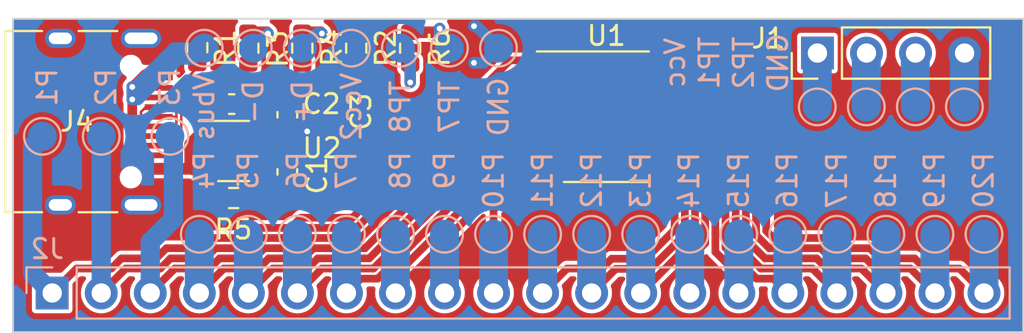
<source format=kicad_pcb>
(kicad_pcb (version 20221018) (generator pcbnew)
  (layers (0 "F.Cu" signal) (31 "B.Cu" signal) (34 "B.Paste" user) (35 "F.Paste" user) (36 "B.SilkS" user "B.Silks") (37 "F.SilkS" user "F.Silks") (38 "B.Mask" user) (39 "F.Mask" user) (44 "Edge.Cuts" user))
  (net 0 "")
  (net 1 "GND")
  (net 2 "Net-(U2-BP)")
  (net 3 "Net-(U2-EN)")
  (net 4 "Net-(J4-CC1)")
  (net 5 "Net-(J4-D+-PadA6)")
  (net 6 "Net-(J4-D--PadA7)")
  (net 8 "Net-(J4-CC2)")
  (net 10 "Net-(J2-Pin_5)")
  (net 11 "Net-(J2-Pin_6)")
  (net 12 "Net-(J2-Pin_1)")
  (net 13 "Net-(J2-Pin_2)")
  (net 14 "Net-(J2-Pin_3)")
  (net 15 "Net-(J2-Pin_4)")
  (net 16 "Net-(J2-Pin_8)")
  (net 17 "Net-(J2-Pin_10)")
  (net 18 "Net-(J2-Pin_11)")
  (net 19 "Net-(J2-Pin_12)")
  (net 20 "Net-(J2-Pin_13)")
  (net 21 "Net-(J2-Pin_14)")
  (net 22 "Net-(J2-Pin_15)")
  (net 23 "Net-(J2-Pin_16)")
  (net 24 "Net-(J2-Pin_17)")
  (net 25 "Net-(J2-Pin_18)")
  (net 26 "Net-(J2-Pin_19)")
  (net 27 "Net-(J2-Pin_20)")
  (net 28 "/Vcc")
  (net 29 "Net-(J1-Pin_1)")
  (net 30 "Net-(J1-Pin_2)")
  (net 31 "Net-(J1-Pin_3)")
  (net 32 "Net-(J2-Pin_7)")
  (net 33 "Net-(J2-Pin_9)")
  (net 34 "Net-(R6-Pad1)")
  (net 35 "Net-(R6-Pad2)")
  (net 36 "Net-(D+1-Pad1)")
  (net 37 "Net-(D-1-Pad1)")
  (footprint "Resistor_SMD:R_0603_1608Metric" (layer "F.Cu") (at 158.496 107.442 -90)
    (fp_text reference "R6" (at 0 -1.524 -270) (layer "F.SilkS"))
    (fp_text value "R_US" hide)
    (pad "1" smd roundrect (at -0.825 0 270) (size 0.8 0.95) (layers "F.Cu" "F.Paste" "F.Mask") (net 34 "Net-(R6-Pad1)"))
    (pad "2" smd roundrect (at 0.825 0 270) (size 0.8 0.95) (layers "F.Cu" "F.Paste" "F.Mask") (net 35 "Net-(R6-Pad2)"))
  )
  (footprint "Capacitor_SMD:C_0603_1608Metric" (layer "F.Cu") (at 152.133077 113.858223 -90)
    (fp_text reference "C1" (at 0.187777 -1.536923 90) (layer "F.SilkS"))
    (fp_text value "C_Small" hide)
    (pad "1" smd roundrect (at -0.775 0 270) (size 0.9 0.95) (layers "F.Cu" "F.Paste" "F.Mask") (net 1 "GND"))
    (pad "2" smd roundrect (at 0.775 0 270) (size 0.9 0.95) (layers "F.Cu" "F.Paste" "F.Mask") (net 2 "Net-(U2-BP)"))
  )
  (footprint "Resistor_SMD:R_0603_1608Metric" (layer "F.Cu") (at 150.114 107.442 90)
    (fp_text reference "R3" (at -0.033202 1.526444 90) (layer "F.SilkS"))
    (fp_text value "R_US" hide)
    (pad "1" smd roundrect (at -0.825 0 90) (size 0.8 0.95) (layers "F.Cu" "F.Paste" "F.Mask") (net 6 "Net-(J4-D--PadA7)"))
    (pad "2" smd roundrect (at 0.825 0 90) (size 0.8 0.95) (layers "F.Cu" "F.Paste" "F.Mask") (net 37 "Net-(D-1-Pad1)"))
  )
  (footprint "Resistor_SMD:R_0603_1608Metric" (layer "F.Cu") (at 147.467302 107.41671 90)
    (fp_text reference "R1" (at -0.028427 1.464008 90) (layer "F.SilkS"))
    (fp_text value "R_US" hide)
    (pad "1" smd roundrect (at -0.825 0 90) (size 0.8 0.95) (layers "F.Cu" "F.Paste" "F.Mask") (net 4 "Net-(J4-CC1)"))
    (pad "2" smd roundrect (at 0.825 0 90) (size 0.8 0.95) (layers "F.Cu" "F.Paste" "F.Mask") (net 1 "GND"))
  )
  (footprint "Resistor_SMD:R_0603_1608Metric" (layer "F.Cu") (at 152.908 107.442 90)
    (fp_text reference "R4" (at 0.021071 1.524 90) (layer "F.SilkS"))
    (fp_text value "R_US" hide)
    (pad "1" smd roundrect (at -0.825 0 90) (size 0.8 0.95) (layers "F.Cu" "F.Paste" "F.Mask") (net 5 "Net-(J4-D+-PadA6)"))
    (pad "2" smd roundrect (at 0.825 0 90) (size 0.8 0.95) (layers "F.Cu" "F.Paste" "F.Mask") (net 36 "Net-(D+1-Pad1)"))
  )
  (footprint "Capacitor_SMD:C_0603_1608Metric" (layer "F.Cu") (at 152.132479 110.896519 -90)
    (fp_text reference "C3" (at -0.152519 -3.823521 -90) (layer "F.SilkS"))
    (fp_text value "C_Small" hide)
    (pad "1" smd roundrect (at -0.775 0 270) (size 0.9 0.95) (layers "F.Cu" "F.Paste" "F.Mask") (net 1 "GND"))
    (pad "2" smd roundrect (at 0.775 0 270) (size 0.9 0.95) (layers "F.Cu" "F.Paste" "F.Mask") (net 28 "/Vcc"))
  )
  (footprint "Connector_USB:USB_C_Receptacle_HRO_TYPE-C-31-M-12" (layer "F.Cu") (at 141.426 111.252 -90)
    (fp_text reference "J4" (at 0 0.202 -180) (layer "F.SilkS"))
    (fp_text value "USB_C_Receptacle_USB2.0" hide)
    (pad "" np_thru_hole circle (at -2.89 -2.6 270) (size 0.65 0.65) (drill 0.65) (layers "*.Cu" "*.Mask"))
    (pad "" np_thru_hole circle (at 2.89 -2.6 270) (size 0.65 0.65) (drill 0.65) (layers "*.Cu" "*.Mask"))
    (pad "A1" smd rect (at -3.25 -4.045 270) (size 0.6 1.45) (layers "F.Cu" "F.Paste" "F.Mask") (net 1 "GND"))
    (pad "A4" smd rect (at -2.45 -4.045 270) (size 0.6 1.45) (layers "F.Cu" "F.Paste" "F.Mask") (net 3 "Net-(U2-EN)"))
    (pad "A5" smd rect (at -1.25 -4.045 270) (size 0.3 1.45) (layers "F.Cu" "F.Paste" "F.Mask") (net 4 "Net-(J4-CC1)"))
    (pad "A6" smd rect (at -0.25 -4.045 270) (size 0.3 1.45) (layers "F.Cu" "F.Paste" "F.Mask") (net 5 "Net-(J4-D+-PadA6)"))
    (pad "A7" smd rect (at 0.25 -4.045 270) (size 0.3 1.45) (layers "F.Cu" "F.Paste" "F.Mask") (net 6 "Net-(J4-D--PadA7)"))
    (pad "A8" smd rect (at 1.25 -4.045 270) (size 0.3 1.45) (layers "F.Cu" "F.Paste" "F.Mask"))
    (pad "A9" smd rect (at 2.45 -4.045 270) (size 0.6 1.45) (layers "F.Cu" "F.Paste" "F.Mask") (net 3 "Net-(U2-EN)"))
    (pad "A12" smd rect (at 3.25 -4.045 270) (size 0.6 1.45) (layers "F.Cu" "F.Paste" "F.Mask") (net 1 "GND"))
    (pad "B1" smd rect (at 3.25 -4.045 270) (size 0.6 1.45) (layers "F.Cu" "F.Paste" "F.Mask") (net 1 "GND"))
    (pad "B4" smd rect (at 2.45 -4.045 270) (size 0.6 1.45) (layers "F.Cu" "F.Paste" "F.Mask") (net 3 "Net-(U2-EN)"))
    (pad "B5" smd rect (at 1.75 -4.045 270) (size 0.3 1.45) (layers "F.Cu" "F.Paste" "F.Mask") (net 8 "Net-(J4-CC2)"))
    (pad "B6" smd rect (at 0.75 -4.045 270) (size 0.3 1.45) (layers "F.Cu" "F.Paste" "F.Mask") (net 5 "Net-(J4-D+-PadA6)"))
    (pad "B7" smd rect (at -0.75 -4.045 270) (size 0.3 1.45) (layers "F.Cu" "F.Paste" "F.Mask") (net 6 "Net-(J4-D--PadA7)"))
    (pad "B8" smd rect (at -1.75 -4.045 270) (size 0.3 1.45) (layers "F.Cu" "F.Paste" "F.Mask"))
    (pad "B9" smd rect (at -2.45 -4.045 270) (size 0.6 1.45) (layers "F.Cu" "F.Paste" "F.Mask") (net 3 "Net-(U2-EN)"))
    (pad "B12" smd rect (at -3.25 -4.045 270) (size 0.6 1.45) (layers "F.Cu" "F.Paste" "F.Mask") (net 1 "GND"))
    (pad "S1" thru_hole oval (at -4.32 -3.13 270) (size 1 2.1) (drill oval 0.6 1.7) (layers "*.Cu" "*.Mask") (net 1 "GND"))
    (pad "S1" thru_hole oval (at -4.32 1.05 270) (size 1 1.6) (drill oval 0.6 1.2) (layers "*.Cu" "*.Mask") (net 1 "GND"))
    (pad "S1" thru_hole oval (at 4.32 -3.13 270) (size 1 2.1) (drill oval 0.6 1.7) (layers "*.Cu" "*.Mask") (net 1 "GND"))
    (pad "S1" thru_hole oval (at 4.32 1.05 270) (size 1 1.6) (drill oval 0.6 1.2) (layers "*.Cu" "*.Mask") (net 1 "GND"))
  )
  (footprint "Package_TO_SOT_SMD:SOT-23-5" (layer "F.Cu") (at 149.352 112.776)
    (fp_text reference "U2" (at 4.572 -0.151506) (layer "F.SilkS"))
    (fp_text value "~" hide)
    (pad "1" smd roundrect (at -1.1375 -0.95) (size 1.325 0.6) (layers "F.Cu" "F.Paste" "F.Mask") (net 3 "Net-(U2-EN)"))
    (pad "2" smd roundrect (at -1.1375 0) (size 1.325 0.6) (layers "F.Cu" "F.Paste" "F.Mask") (net 1 "GND"))
    (pad "3" smd roundrect (at -1.1375 0.95) (size 1.325 0.6) (layers "F.Cu" "F.Paste" "F.Mask") (net 3 "Net-(U2-EN)"))
    (pad "4" smd roundrect (at 1.1375 0.95) (size 1.325 0.6) (layers "F.Cu" "F.Paste" "F.Mask") (net 2 "Net-(U2-BP)"))
    (pad "5" smd roundrect (at 1.1375 -0.95) (size 1.325 0.6) (layers "F.Cu" "F.Paste" "F.Mask") (net 28 "/Vcc"))
  )
  (footprint "Capacitor_SMD:C_0603_1608Metric" (layer "F.Cu") (at 149.252504 110.343125 180)
    (fp_text reference "C2" (at -4.649577 0.004631) (layer "F.SilkS"))
    (fp_text value "C_Small" hide)
    (pad "1" smd roundrect (at -0.775 0 180) (size 0.9 0.95) (layers "F.Cu" "F.Paste" "F.Mask") (net 1 "GND"))
    (pad "2" smd roundrect (at 0.775 0 180) (size 0.9 0.95) (layers "F.Cu" "F.Paste" "F.Mask") (net 3 "Net-(U2-EN)"))
  )
  (footprint "Connector_PinHeader_2.54mm:PinHeader_1x04_P2.54mm_Vertical" (layer "F.Cu") (at 179.588 107.696 90)
    (fp_text reference "J1" (at 0.762 -2.55 180) (layer "F.SilkS"))
    (fp_text value "Conn_01x04_Pin" hide)
    (pad "1" thru_hole rect (at 0 0 90) (size 1.7 1.7) (drill 1) (layers "*.Cu" "*.Mask") (net 29 "Net-(J1-Pin_1)"))
    (pad "2" thru_hole oval (at 0 2.54 90) (size 1.7 1.7) (drill 1) (layers "*.Cu" "*.Mask") (net 30 "Net-(J1-Pin_2)"))
    (pad "3" thru_hole oval (at 0 5.08 90) (size 1.7 1.7) (drill 1) (layers "*.Cu" "*.Mask") (net 31 "Net-(J1-Pin_3)"))
    (pad "4" thru_hole oval (at 0 7.62 90) (size 1.7 1.7) (drill 1) (layers "*.Cu" "*.Mask") (net 1 "GND"))
  )
  (footprint "Package_SO:TSSOP-20_4.4x6.5mm_P0.65mm" (layer "F.Cu") (at 168.656 110.998)
    (fp_text reference "U1" (at 0 -4.2) (layer "F.SilkS"))
    (fp_text value "CH32V003F4P6" hide)
    (pad "1" smd roundrect (at -2.8625 -2.925) (size 1.475 0.4) (layers "F.Cu" "F.Paste" "F.Mask") (net 12 "Net-(J2-Pin_1)"))
    (pad "2" smd roundrect (at -2.8625 -2.275) (size 1.475 0.4) (layers "F.Cu" "F.Paste" "F.Mask") (net 13 "Net-(J2-Pin_2)"))
    (pad "3" smd roundrect (at -2.8625 -1.625) (size 1.475 0.4) (layers "F.Cu" "F.Paste" "F.Mask") (net 14 "Net-(J2-Pin_3)"))
    (pad "4" smd roundrect (at -2.8625 -0.975) (size 1.475 0.4) (layers "F.Cu" "F.Paste" "F.Mask") (net 15 "Net-(J2-Pin_4)"))
    (pad "5" smd roundrect (at -2.8625 -0.325) (size 1.475 0.4) (layers "F.Cu" "F.Paste" "F.Mask") (net 10 "Net-(J2-Pin_5)"))
    (pad "6" smd roundrect (at -2.8625 0.325) (size 1.475 0.4) (layers "F.Cu" "F.Paste" "F.Mask") (net 11 "Net-(J2-Pin_6)"))
    (pad "7" smd roundrect (at -2.8625 0.975) (size 1.475 0.4) (layers "F.Cu" "F.Paste" "F.Mask") (net 32 "Net-(J2-Pin_7)"))
    (pad "8" smd roundrect (at -2.8625 1.625) (size 1.475 0.4) (layers "F.Cu" "F.Paste" "F.Mask") (net 16 "Net-(J2-Pin_8)"))
    (pad "9" smd roundrect (at -2.8625 2.275) (size 1.475 0.4) (layers "F.Cu" "F.Paste" "F.Mask") (net 33 "Net-(J2-Pin_9)"))
    (pad "10" smd roundrect (at -2.8625 2.925) (size 1.475 0.4) (layers "F.Cu" "F.Paste" "F.Mask") (net 17 "Net-(J2-Pin_10)"))
    (pad "11" smd roundrect (at 2.8625 2.925) (size 1.475 0.4) (layers "F.Cu" "F.Paste" "F.Mask") (net 18 "Net-(J2-Pin_11)"))
    (pad "12" smd roundrect (at 2.8625 2.275) (size 1.475 0.4) (layers "F.Cu" "F.Paste" "F.Mask") (net 19 "Net-(J2-Pin_12)"))
    (pad "13" smd roundrect (at 2.8625 1.625) (size 1.475 0.4) (layers "F.Cu" "F.Paste" "F.Mask") (net 20 "Net-(J2-Pin_13)"))
    (pad "14" smd roundrect (at 2.8625 0.975) (size 1.475 0.4) (layers "F.Cu" "F.Paste" "F.Mask") (net 21 "Net-(J2-Pin_14)"))
    (pad "15" smd roundrect (at 2.8625 0.325) (size 1.475 0.4) (layers "F.Cu" "F.Paste" "F.Mask") (net 22 "Net-(J2-Pin_15)"))
    (pad "16" smd roundrect (at 2.8625 -0.325) (size 1.475 0.4) (layers "F.Cu" "F.Paste" "F.Mask") (net 23 "Net-(J2-Pin_16)"))
    (pad "17" smd roundrect (at 2.8625 -0.975) (size 1.475 0.4) (layers "F.Cu" "F.Paste" "F.Mask") (net 24 "Net-(J2-Pin_17)"))
    (pad "18" smd roundrect (at 2.8625 -1.625) (size 1.475 0.4) (layers "F.Cu" "F.Paste" "F.Mask") (net 25 "Net-(J2-Pin_18)"))
    (pad "19" smd roundrect (at 2.8625 -2.275) (size 1.475 0.4) (layers "F.Cu" "F.Paste" "F.Mask") (net 26 "Net-(J2-Pin_19)"))
    (pad "20" smd roundrect (at 2.8625 -2.925) (size 1.475 0.4) (layers "F.Cu" "F.Paste" "F.Mask") (net 27 "Net-(J2-Pin_20)"))
  )
  (footprint "Resistor_SMD:R_0603_1608Metric" (layer "F.Cu") (at 155.702 107.442 90)
    (fp_text reference "R2" (at 0 1.524 90) (layer "F.SilkS"))
    (fp_text value "R_US" hide)
    (pad "1" smd roundrect (at -0.825 0 90) (size 0.8 0.95) (layers "F.Cu" "F.Paste" "F.Mask") (net 8 "Net-(J4-CC2)"))
    (pad "2" smd roundrect (at 0.825 0 90) (size 0.8 0.95) (layers "F.Cu" "F.Paste" "F.Mask") (net 1 "GND"))
  )
  (footprint "Resistor_SMD:R_0603_1608Metric" (layer "F.Cu") (at 149.352 115.214935 180)
    (fp_text reference "R5" (at 0.017212 -1.625065) (layer "F.SilkS"))
    (fp_text value "R_US" hide)
    (pad "1" smd roundrect (at -0.825 0 180) (size 0.8 0.95) (layers "F.Cu" "F.Paste" "F.Mask") (net 1 "GND"))
    (pad "2" smd roundrect (at 0.825 0 180) (size 0.8 0.95) (layers "F.Cu" "F.Paste" "F.Mask") (net 3 "Net-(U2-EN)"))
  )
  (footprint "TestPoint:TestPoint_Pad_D1.5mm" (layer "B.Cu") (at 163.068 107.442 180)
    (fp_text reference "GND" (at 0 -3.048 90) (layer "B.SilkS") (effects (justify mirror)))
    (fp_text value "GND")
    (pad "1" smd circle (at 0 0 180) (size 1.5 1.5) (layers "B.Cu" "B.Mask") (net 1 "GND"))
  )
  (footprint "TestPoint:TestPoint_Pad_D1.5mm" (layer "B.Cu") (at 184.658 110.49 180)
    (fp_text reference "TP2" (at 8.89 2.286 90) (layer "B.SilkS") (effects (justify mirror)))
    (fp_text value "Test/Prog2")
    (pad "1" smd circle (at 0 0 180) (size 1.5 1.5) (layers "B.Cu" "B.Mask") (net 31 "Net-(J1-Pin_3)"))
  )
  (footprint "TestPoint:TestPoint_Pad_D1.5mm" (layer "B.Cu") (at 160.274 117.094 180)
    (fp_text reference "P9" (at 0 3.302 90) (layer "B.SilkS") (effects (justify mirror)))
    (fp_text value "~")
    (pad "1" smd circle (at 0 0 180) (size 1.5 1.5) (layers "B.Cu" "B.Mask") (net 33 "Net-(J2-Pin_9)"))
  )
  (footprint "TestPoint:TestPoint_Pad_D1.5mm" (layer "B.Cu") (at 142.494 112.014 180)
    (fp_text reference "P2" (at -0.254 2.54 90) (layer "B.SilkS") (effects (justify mirror)))
    (fp_text value "~")
    (pad "1" smd circle (at 0 0 180) (size 1.5 1.5) (layers "B.Cu" "B.Mask") (net 13 "Net-(J2-Pin_2)"))
  )
  (footprint "TestPoint:TestPoint_Pad_D1.5mm" (layer "B.Cu") (at 175.514 117.094 180)
    (fp_text reference "P15" (at 0 2.794 90) (layer "B.SilkS") (effects (justify mirror)))
    (fp_text value "~")
    (pad "1" smd circle (at 0 0 180) (size 1.5 1.5) (layers "B.Cu" "B.Mask") (net 22 "Net-(J2-Pin_15)"))
  )
  (footprint "TestPoint:TestPoint_Pad_D1.5mm" (layer "B.Cu") (at 162.814 117.094 180)
    (fp_text reference "P10" (at 0 2.794 90) (layer "B.SilkS") (effects (justify mirror)))
    (fp_text value "~")
    (pad "1" smd circle (at 0 0 180) (size 1.5 1.5) (layers "B.Cu" "B.Mask") (net 17 "Net-(J2-Pin_10)"))
  )
  (footprint "TestPoint:TestPoint_Pad_D1.5mm" (layer "B.Cu") (at 182.118 110.49 180)
    (fp_text reference "TP1" (at 8.128 2.286 90) (layer "B.SilkS") (effects (justify mirror)))
    (fp_text value "Test/Prog1")
    (pad "1" smd circle (at 0 0 180) (size 1.5 1.5) (layers "B.Cu" "B.Mask") (net 30 "Net-(J1-Pin_2)"))
  )
  (footprint "TestPoint:TestPoint_Pad_D1.5mm" (layer "B.Cu") (at 150.368 107.442 180)
    (fp_text reference "D-" (at 0 -2.794 90) (layer "B.SilkS") (effects (justify mirror)))
    (fp_text value "D-")
    (pad "1" smd circle (at 0 0 180) (size 1.5 1.5) (layers "B.Cu" "B.Mask") (net 37 "Net-(D-1-Pad1)"))
  )
  (footprint "TestPoint:TestPoint_Pad_D1.5mm" (layer "B.Cu") (at 139.446 112.014 180)
    (fp_text reference "P1" (at -0.254 2.54 270) (layer "B.SilkS") (effects (justify mirror)))
    (fp_text value "~")
    (pad "1" smd circle (at 0 0 180) (size 1.5 1.5) (layers "B.Cu" "B.Mask") (net 12 "Net-(J2-Pin_1)"))
  )
  (footprint "TestPoint:TestPoint_Pad_D1.5mm" (layer "B.Cu") (at 172.974 117.094 180)
    (fp_text reference "P14" (at 0.026 2.794 90) (layer "B.SilkS") (effects (justify mirror)))
    (fp_text value "GND")
    (pad "1" smd circle (at 0 0 180) (size 1.5 1.5) (layers "B.Cu" "B.Mask") (net 21 "Net-(J2-Pin_14)"))
  )
  (footprint "TestPoint:TestPoint_Pad_D1.5mm" (layer "B.Cu") (at 178.054 117.094 180)
    (fp_text reference "P16" (at 0.026 2.794 90) (layer "B.SilkS") (effects (justify mirror)))
    (fp_text value "~")
    (pad "1" smd circle (at 0 0 180) (size 1.5 1.5) (layers "B.Cu" "B.Mask") (net 23 "Net-(J2-Pin_16)"))
  )
  (footprint "TestPoint:TestPoint_Pad_D1.5mm" (layer "B.Cu") (at 180.594 117.094 180)
    (fp_text reference "P17" (at 0 2.794 90) (layer "B.SilkS") (effects (justify mirror)))
    (fp_text value "GND")
    (pad "1" smd circle (at 0 0 180) (size 1.5 1.5) (layers "B.Cu" "B.Mask") (net 24 "Net-(J2-Pin_17)"))
  )
  (footprint "TestPoint:TestPoint_Pad_D1.5mm" (layer "B.Cu") (at 165.354 117.094 180)
    (fp_text reference "P11" (at 0 2.794 90) (layer "B.SilkS") (effects (justify mirror)))
    (fp_text value "~")
    (pad "1" smd circle (at 0 0 180) (size 1.5 1.5) (layers "B.Cu" "B.Mask") (net 18 "Net-(J2-Pin_11)"))
  )
  (footprint "Connector_PinHeader_2.54mm:PinHeader_1x20_P2.54mm_Vertical" (layer "B.Cu") (at 139.954 120.142 -90)
    (fp_text reference "J2" (at -2.286 0.254 -180) (layer "B.SilkS") (effects (justify mirror)))
    (fp_text value "Conn_01x20_Pin" hide)
    (pad "1" thru_hole rect (at 0 0 270) (size 1.7 1.7) (drill 1) (layers "*.Cu" "*.Mask") (net 12 "Net-(J2-Pin_1)"))
    (pad "2" thru_hole oval (at 0 -2.54 270) (size 1.7 1.7) (drill 1) (layers "*.Cu" "*.Mask") (net 13 "Net-(J2-Pin_2)"))
    (pad "3" thru_hole oval (at 0 -5.08 270) (size 1.7 1.7) (drill 1) (layers "*.Cu" "*.Mask") (net 14 "Net-(J2-Pin_3)"))
    (pad "4" thru_hole oval (at 0 -7.62 270) (size 1.7 1.7) (drill 1) (layers "*.Cu" "*.Mask") (net 15 "Net-(J2-Pin_4)"))
    (pad "5" thru_hole oval (at 0 -10.16 270) (size 1.7 1.7) (drill 1) (layers "*.Cu" "*.Mask") (net 10 "Net-(J2-Pin_5)"))
    (pad "6" thru_hole oval (at 0 -12.7 270) (size 1.7 1.7) (drill 1) (layers "*.Cu" "*.Mask") (net 11 "Net-(J2-Pin_6)"))
    (pad "7" thru_hole oval (at 0 -15.24 270) (size 1.7 1.7) (drill 1) (layers "*.Cu" "*.Mask") (net 32 "Net-(J2-Pin_7)"))
    (pad "8" thru_hole oval (at 0 -17.78 270) (size 1.7 1.7) (drill 1) (layers "*.Cu" "*.Mask") (net 16 "Net-(J2-Pin_8)"))
    (pad "9" thru_hole oval (at 0 -20.32 270) (size 1.7 1.7) (drill 1) (layers "*.Cu" "*.Mask") (net 33 "Net-(J2-Pin_9)"))
    (pad "10" thru_hole oval (at 0 -22.86 270) (size 1.7 1.7) (drill 1) (layers "*.Cu" "*.Mask") (net 17 "Net-(J2-Pin_10)"))
    (pad "11" thru_hole oval (at 0 -25.4 270) (size 1.7 1.7) (drill 1) (layers "*.Cu" "*.Mask") (net 18 "Net-(J2-Pin_11)"))
    (pad "12" thru_hole oval (at 0 -27.94 270) (size 1.7 1.7) (drill 1) (layers "*.Cu" "*.Mask") (net 19 "Net-(J2-Pin_12)"))
    (pad "13" thru_hole oval (at 0 -30.48 270) (size 1.7 1.7) (drill 1) (layers "*.Cu" "*.Mask") (net 20 "Net-(J2-Pin_13)"))
    (pad "14" thru_hole oval (at 0 -33.02 270) (size 1.7 1.7) (drill 1) (layers "*.Cu" "*.Mask") (net 21 "Net-(J2-Pin_14)"))
    (pad "15" thru_hole oval (at 0 -35.56 270) (size 1.7 1.7) (drill 1) (layers "*.Cu" "*.Mask") (net 22 "Net-(J2-Pin_15)"))
    (pad "16" thru_hole oval (at 0 -38.1 270) (size 1.7 1.7) (drill 1) (layers "*.Cu" "*.Mask") (net 23 "Net-(J2-Pin_16)"))
    (pad "17" thru_hole oval (at 0 -40.64 270) (size 1.7 1.7) (drill 1) (layers "*.Cu" "*.Mask") (net 24 "Net-(J2-Pin_17)"))
    (pad "18" thru_hole oval (at 0 -43.18 270) (size 1.7 1.7) (drill 1) (layers "*.Cu" "*.Mask") (net 25 "Net-(J2-Pin_18)"))
    (pad "19" thru_hole oval (at 0 -45.72 270) (size 1.7 1.7) (drill 1) (layers "*.Cu" "*.Mask") (net 26 "Net-(J2-Pin_19)"))
    (pad "20" thru_hole oval (at 0 -48.26 270) (size 1.7 1.7) (drill 1) (layers "*.Cu" "*.Mask") (net 27 "Net-(J2-Pin_20)"))
  )
  (footprint "TestPoint:TestPoint_Pad_D1.5mm" (layer "B.Cu") (at 167.894 117.094 180)
    (fp_text reference "P12" (at 0 2.794 90) (layer "B.SilkS") (effects (justify mirror)))
    (fp_text value "~")
    (pad "1" smd circle (at 0 0 180) (size 1.5 1.5) (layers "B.Cu" "B.Mask") (net 19 "Net-(J2-Pin_12)"))
  )
  (footprint "TestPoint:TestPoint_Pad_D1.5mm" (layer "B.Cu") (at 160.528 107.442 180)
    (fp_text reference "TP7" (at 0 -3.048 90) (layer "B.SilkS") (effects (justify mirror)))
    (fp_text value "USB_Pullup")
    (pad "1" smd circle (at 0 0 180) (size 1.5 1.5) (layers "B.Cu" "B.Mask") (net 34 "Net-(R6-Pad1)"))
  )
  (footprint "TestPoint:TestPoint_Pad_D1.5mm" (layer "B.Cu") (at 170.434 117.094 180)
    (fp_text reference "P13" (at 0 2.794 90) (layer "B.SilkS") (effects (justify mirror)))
    (fp_text value "~")
    (pad "1" smd circle (at 0 0 180) (size 1.5 1.5) (layers "B.Cu" "B.Mask") (net 20 "Net-(J2-Pin_13)"))
  )
  (footprint "TestPoint:TestPoint_Pad_D1.5mm" (layer "B.Cu") (at 183.134 117.094 180)
    (fp_text reference "P18" (at 0 2.794 90) (layer "B.SilkS") (effects (justify mirror)))
    (fp_text value "~")
    (pad "1" smd circle (at 0 0 180) (size 1.5 1.5) (layers "B.Cu" "B.Mask") (net 25 "Net-(J2-Pin_18)"))
  )
  (footprint "TestPoint:TestPoint_Pad_D1.5mm" (layer "B.Cu") (at 188.214 117.094 180)
    (fp_text reference "P20" (at 0.026 2.794 90) (layer "B.SilkS") (effects (justify mirror)))
    (fp_text value "~")
    (pad "1" smd circle (at 0 0 180) (size 1.5 1.5) (layers "B.Cu" "B.Mask") (net 27 "Net-(J2-Pin_20)"))
  )
  (footprint "TestPoint:TestPoint_Pad_D1.5mm" (layer "B.Cu") (at 157.988 107.442 180)
    (fp_text reference "TP8" (at 0 -3.048 90) (layer "B.SilkS") (effects (justify mirror)))
    (fp_text value "USB_PullupN")
    (pad "1" smd circle (at 0 0 180) (size 1.5 1.5) (layers "B.Cu" "B.Mask") (net 35 "Net-(R6-Pad2)"))
  )
  (footprint "TestPoint:TestPoint_Pad_D1.5mm" (layer "B.Cu") (at 152.908 107.442 180)
    (fp_text reference "D+" (at 0 -2.794 90) (layer "B.SilkS") (effects (justify mirror)))
    (fp_text value "D+")
    (pad "1" smd circle (at 0 0 180) (size 1.5 1.5) (layers "B.Cu" "B.Mask") (net 36 "Net-(D+1-Pad1)"))
  )
  (footprint "TestPoint:TestPoint_Pad_D1.5mm" (layer "B.Cu") (at 152.654 117.094 180)
    (fp_text reference "P6" (at 0 3.302 90) (layer "B.SilkS") (effects (justify mirror)))
    (fp_text value "~")
    (pad "1" smd circle (at 0 0 180) (size 1.5 1.5) (layers "B.Cu" "B.Mask") (net 11 "Net-(J2-Pin_6)"))
  )
  (footprint "TestPoint:TestPoint_Pad_D1.5mm" (layer "B.Cu") (at 150.114 117.094 180)
    (fp_text reference "P5" (at 0 3.302 90) (layer "B.SilkS") (effects (justify mirror)))
    (fp_text value "~")
    (pad "1" smd circle (at 0 0 180) (size 1.5 1.5) (layers "B.Cu" "B.Mask") (net 10 "Net-(J2-Pin_5)"))
  )
  (footprint "TestPoint:TestPoint_Pad_D1.5mm" (layer "B.Cu") (at 155.194 117.094 180)
    (fp_text reference "P7" (at 0 3.302 90) (layer "B.SilkS") (effects (justify mirror)))
    (fp_text value "~")
    (pad "1" smd circle (at 0 0 180) (size 1.5 1.5) (layers "B.Cu" "B.Mask") (net 32 "Net-(J2-Pin_7)"))
  )
  (footprint "TestPoint:TestPoint_Pad_D1.5mm" (layer "B.Cu") (at 179.578 110.49 180)
    (fp_text reference "Vcc" (at 7.366 2.286 90) (layer "B.SilkS") (effects (justify mirror)))
    (fp_text value "Vcc")
    (pad "1" smd circle (at 0 0 180) (size 1.5 1.5) (layers "B.Cu" "B.Mask") (net 29 "Net-(J1-Pin_1)"))
  )
  (footprint "TestPoint:TestPoint_Pad_D1.5mm" (layer "B.Cu") (at 185.674 117.094 180)
    (fp_text reference "P19" (at 0.026 2.794 90) (layer "B.SilkS") (effects (justify mirror)))
    (fp_text value "GND")
    (pad "1" smd circle (at 0 0 180) (size 1.5 1.5) (layers "B.Cu" "B.Mask") (net 26 "Net-(J2-Pin_19)"))
  )
  (footprint "TestPoint:TestPoint_Pad_D1.5mm" (layer "B.Cu") (at 187.198 110.49 180)
    (fp_text reference "GND" (at 9.652 2.286 90) (layer "B.SilkS") (effects (justify mirror)))
    (fp_text value "GND")
    (pad "1" smd circle (at 0 0 180) (size 1.5 1.5) (layers "B.Cu" "B.Mask") (net 1 "GND"))
  )
  (footprint "TestPoint:TestPoint_Pad_D1.5mm" (layer "B.Cu") (at 147.828 107.442 180)
    (fp_text reference "Vbus" (at 0 -3.048 90) (layer "B.SilkS") (effects (justify mirror)))
    (fp_text value "Vbus")
    (pad "1" smd circle (at 0 0 180) (size 1.5 1.5) (layers "B.Cu" "B.Mask") (net 3 "Net-(U2-EN)"))
  )
  (footprint "TestPoint:TestPoint_Pad_D1.5mm" (layer "B.Cu") (at 147.574 117.094 180)
    (fp_text reference "P4" (at -0.254 3.302 90) (layer "B.SilkS") (effects (justify mirror)))
    (fp_text value "~")
    (pad "1" smd circle (at 0 0 180) (size 1.5 1.5) (layers "B.Cu" "B.Mask") (net 15 "Net-(J2-Pin_4)"))
  )
  (footprint "TestPoint:TestPoint_Pad_D1.5mm" (layer "B.Cu") (at 146.05 112.014 180)
    (fp_text reference "P3" (at 0 2.54 270) (layer "B.SilkS") (effects (justify mirror)))
    (fp_text value "~")
    (pad "1" smd circle (at 0 0 180) (size 1.5 1.5) (layers "B.Cu" "B.Mask") (net 14 "Net-(J2-Pin_3)"))
  )
  (footprint "TestPoint:TestPoint_Pad_D1.5mm" (layer "B.Cu") (at 157.734 117.094 180)
    (fp_text reference "P8" (at -0.254 3.302 90) (layer "B.SilkS") (effects (justify mirror)))
    (fp_text value "~")
    (pad "1" smd circle (at 0 0 180) (size 1.5 1.5) (layers "B.Cu" "B.Mask") (net 16 "Net-(J2-Pin_8)"))
  )
  (footprint "TestPoint:TestPoint_Pad_D1.5mm" (layer "B.Cu") (at 155.448 107.442 180)
    (fp_text reference "Vcc2" (at 0 -3.048 90) (layer "B.SilkS") (effects (justify mirror)))
    (fp_text value "Vcc")
    (pad "1" smd circle (at 0 0 180) (size 1.5 1.5) (layers "B.Cu" "B.Mask") (net 28 "/Vcc"))
  )
  (gr_rect (start 137.922 105.918) (end 190.246 122.174) (stroke (width 0.1)) (fill none) (layer "Edge.Cuts"))
  (via (at 161.8 106.3) (size 0.6) (drill 0.3) (layers "F.Cu" "B.Cu") (net 1))
  (via (at 161.798 108.204) (size 0.6) (drill 0.3) (layers "F.Cu" "B.Cu") (net 1))
  (segment (start 187.198 110.49) (end 187.198 107.706) (width 1.5) (layer "B.Cu") (net 1))
  (segment (start 163.068 107.442) (end 162.306 108.204) (width 0.6) (layer "B.Cu") (net 1))
  (segment (start 162.306 108.204) (end 161.798 108.204) (width 0.6) (layer "B.Cu") (net 1))
  (segment (start 163.068 107.442) (end 161.926 106.3) (width 0.6) (layer "B.Cu") (net 1))
  (segment (start 161.926 106.3) (end 161.8 106.3) (width 0.6) (layer "B.Cu") (net 1))
  (segment (start 187.198 107.706) (end 187.208 107.696) (width 0.6) (layer "B.Cu") (net 1))
  (segment (start 151.225854 113.726) (end 152.133077 114.633223) (width 0.6) (layer "F.Cu") (net 2))
  (segment (start 150.4895 113.726) (end 151.225854 113.726) (width 0.6) (layer "F.Cu") (net 2))
  (segment (start 148.2145 111.826) (end 147.685999 111.826) (width 0.6) (layer "F.Cu") (net 3))
  (segment (start 148.477504 110.343125) (end 148.336 110.484629) (width 0.4) (layer "F.Cu") (net 3))
  (segment (start 147.685999 111.826) (end 147.1 112.411999) (width 0.6) (layer "F.Cu") (net 3))
  (segment (start 144.1 109.454726) (end 144.1 113.049274) (width 0.5) (layer "F.Cu") (net 3))
  (segment (start 148.59 115.151935) (end 148.59 114.1015) (width 0.6) (layer "F.Cu") (net 3))
  (segment (start 147.1 113.601) (end 147.225 113.726) (width 0.6) (layer "F.Cu") (net 3))
  (segment (start 145.471 108.802) (end 144.752726 108.802) (width 0.5) (layer "F.Cu") (net 3))
  (segment (start 147.1 112.411999) (end 147.1 113.601) (width 0.6) (layer "F.Cu") (net 3))
  (segment (start 148.59 114.1015) (end 148.2145 113.726) (width 0.6) (layer "F.Cu") (net 3))
  (segment (start 148.336 111.7045) (end 148.2145 111.826) (width 0.6) (layer "F.Cu") (net 3))
  (segment (start 148.527 115.214935) (end 148.59 115.151935) (width 0.4) (layer "F.Cu") (net 3))
  (segment (start 147.225 113.726) (end 147.201 113.702) (width 0.4) (layer "F.Cu") (net 3))
  (segment (start 144.1 113.049274) (end 144.752726 113.702) (width 0.5) (layer "F.Cu") (net 3))
  (segment (start 147.225 113.726) (end 148.2145 113.726) (width 0.6) (layer "F.Cu") (net 3))
  (segment (start 147.201 113.702) (end 145.471 113.702) (width 0.6) (layer "F.Cu") (net 3))
  (segment (start 144.752726 108.802) (end 144.1 109.454726) (width 0.5) (layer "F.Cu") (net 3))
  (segment (start 144.752726 113.702) (end 145.471 113.702) (width 0.5) (layer "F.Cu") (net 3))
  (segment (start 148.336 110.484629) (end 148.336 111.7045) (width 0.6) (layer "F.Cu") (net 3))
  (via (at 144.1 109.454726) (size 0.6) (drill 0.3) (layers "F.Cu" "B.Cu") (net 3))
  (via (at 144.1 110.1) (size 0.6) (drill 0.3) (layers "F.Cu" "B.Cu") (net 3))
  (segment (start 147.828 107.442) (end 147.27 108) (width 0.6) (layer "B.Cu") (net 3))
  (segment (start 144.1 110.1) (end 144.1 109.454726) (width 0.6) (layer "B.Cu") (net 3))
  (segment (start 144.1 109.454726) (end 144.245274 109.454726) (width 0.6) (layer "B.Cu") (net 3))
  (segment (start 147.27 108) (end 146.5 108) (width 0.6) (layer "B.Cu") (net 3))
  (segment (start 146.258 107.442) (end 147.828 107.442) (width 0.6) (layer "B.Cu") (net 3))
  (segment (start 146.5 108) (end 144.4 110.1) (width 0.6) (layer "B.Cu") (net 3))
  (segment (start 144.4 110.1) (end 144.1 110.1) (width 0.6) (layer "B.Cu") (net 3))
  (segment (start 144.245274 109.454726) (end 146.258 107.442) (width 0.6) (layer "B.Cu") (net 3))
  (segment (start 146.3865 109.54029) (end 147.574 108.35279) (width 0.127) (layer "F.Cu") (net 4))
  (segment (start 147.574 108.35279) (end 147.574 108.267) (width 0.127) (layer "F.Cu") (net 4))
  (segment (start 146.227 110.002) (end 146.3865 109.8425) (width 0.127) (layer "F.Cu") (net 4))
  (segment (start 145.471 110.002) (end 146.227 110.002) (width 0.127) (layer "F.Cu") (net 4))
  (segment (start 146.3865 109.8425) (end 146.3865 109.54029) (width 0.127) (layer "F.Cu") (net 4))
  (segment (start 146.3865 110.65692) (end 146.8945 110.14892) (width 0.127) (layer "F.Cu") (net 5))
  (segment (start 147.53371 109.1115) (end 152.0635 109.1115) (width 0.127) (layer "F.Cu") (net 5))
  (segment (start 146.3865 111.0965) (end 146.3865 110.998) (width 0.127) (layer "F.Cu") (net 5))
  (segment (start 146.3865 111.856) (end 146.3865 111.0965) (width 0.127) (layer "F.Cu") (net 5))
  (segment (start 146.8945 109.75071) (end 147.53371 109.1115) (width 0.127) (layer "F.Cu") (net 5))
  (segment (start 146.3865 110.998) (end 146.3825 111.002) (width 0.127) (layer "F.Cu") (net 5))
  (segment (start 152.0635 109.1115) (end 152.908 108.267) (width 0.127) (layer "F.Cu") (net 5))
  (segment (start 146.3825 111.002) (end 145.471 111.002) (width 0.127) (layer "F.Cu") (net 5))
  (segment (start 146.3865 111.0965) (end 146.3865 110.65692) (width 0.127) (layer "F.Cu") (net 5))
  (segment (start 146.2405 112.002) (end 146.3865 111.856) (width 0.127) (layer "F.Cu") (net 5))
  (segment (start 145.471 112.002) (end 146.2405 112.002) (width 0.127) (layer "F.Cu") (net 5))
  (segment (start 146.8945 110.14892) (end 146.8945 109.75071) (width 0.127) (layer "F.Cu") (net 5))
  (segment (start 144.5555 111.2815) (end 144.776 111.502) (width 0.127) (layer "F.Cu") (net 6))
  (segment (start 146.6405 110.04371) (end 146.18221 110.502) (width 0.127) (layer "F.Cu") (net 6))
  (segment (start 146.6405 109.6455) (end 146.6405 110.04371) (width 0.127) (layer "F.Cu") (net 6))
  (segment (start 144.5555 110.744) (end 144.5555 111.2815) (width 0.127) (layer "F.Cu") (net 6))
  (segment (start 145.471 110.502) (end 144.7975 110.502) (width 0.127) (layer "F.Cu") (net 6))
  (segment (start 147.4285 108.8575) (end 146.6405 109.6455) (width 0.127) (layer "F.Cu") (net 6))
  (segment (start 144.7975 110.502) (end 144.5555 110.744) (width 0.127) (layer "F.Cu") (net 6))
  (segment (start 149.5235 108.8575) (end 150.114 108.267) (width 0.127) (layer "F.Cu") (net 6))
  (segment (start 147.4285 108.8575) (end 149.5235 108.8575) (width 0.127) (layer "F.Cu") (net 6))
  (segment (start 146.18221 110.502) (end 145.471 110.502) (width 0.127) (layer "F.Cu") (net 6))
  (segment (start 154.3495 109.3655) (end 147.6825 109.3655) (width 0.127) (layer "F.Cu") (net 8))
  (segment (start 155.448 108.267) (end 154.3495 109.3655) (width 0.127) (layer "F.Cu") (net 8))
  (segment (start 147.1485 110.25413) (end 146.6405 110.76213) (width 0.127) (layer "F.Cu") (net 8))
  (segment (start 146.6405 110.76213) (end 146.6405 112.04371) (width 0.127) (layer "F.Cu") (net 8))
  (segment (start 146.3865 112.29771) (end 146.3865 112.8425) (width 0.127) (layer "F.Cu") (net 8))
  (segment (start 146.227 113.002) (end 145.471 113.002) (width 0.127) (layer "F.Cu") (net 8))
  (segment (start 146.6405 112.04371) (end 146.3865 112.29771) (width 0.127) (layer "F.Cu") (net 8))
  (segment (start 147.6825 109.3655) (end 147.1485 109.8995) (width 0.127) (layer "F.Cu") (net 8))
  (segment (start 146.3865 112.8425) (end 146.227 113.002) (width 0.127) (layer "F.Cu") (net 8))
  (segment (start 147.1485 109.8995) (end 147.1485 110.25413) (width 0.127) (layer "F.Cu") (net 8))
  (segment (start 164.04789 110.673) (end 156.37589 118.345) (width 0.4) (layer "F.Cu") (net 10))
  (segment (start 151.384 118.872) (end 150.114 120.142) (width 0.4) (layer "F.Cu") (net 10))
  (segment (start 165.7935 110.673) (end 164.04789 110.673) (width 0.4) (layer "F.Cu") (net 10))
  (segment (start 156.37589 118.345) (end 153.70571 118.345) (width 0.4) (layer "F.Cu") (net 10))
  (segment (start 153.70571 118.345) (end 153.17871 118.872) (width 0.4) (layer "F.Cu") (net 10))
  (segment (start 153.17871 118.872) (end 151.384 118.872) (width 0.4) (layer "F.Cu") (net 10))
  (segment (start 150.114 117.094) (end 150.114 120.142) (width 1.5) (layer "B.Cu") (net 10))
  (segment (start 156.59418 118.872) (end 153.924 118.872) (width 0.4) (layer "F.Cu") (net 11))
  (segment (start 153.924 118.872) (end 152.654 120.142) (width 0.4) (layer "F.Cu") (net 11))
  (segment (start 164.14318 111.323) (end 156.59418 118.872) (width 0.4) (layer "F.Cu") (net 11))
  (segment (start 165.7935 111.323) (end 164.14318 111.323) (width 0.4) (layer "F.Cu") (net 11))
  (segment (start 152.654 117.094) (end 152.654 120.142) (width 1.5) (layer "B.Cu") (net 11))
  (segment (start 165.7935 108.073) (end 163.66673 108.073) (width 0.4) (layer "F.Cu") (net 12))
  (segment (start 141.224 118.872) (end 139.954 120.142) (width 0.4) (layer "F.Cu") (net 12))
  (segment (start 150.510839 116.764) (end 149.98384 117.291) (width 0.4) (layer "F.Cu") (net 12))
  (segment (start 152.30555 116.764) (end 150.510839 116.764) (width 0.4) (layer "F.Cu") (net 12))
  (segment (start 143.54571 118.345) (end 143.01871 118.872) (width 0.4) (layer "F.Cu") (net 12))
  (segment (start 149.98384 117.291) (end 148.189127 117.291) (width 0.4) (layer "F.Cu") (net 12))
  (segment (start 145.86742 117.818) (end 145.34042 118.345) (width 0.4) (layer "F.Cu") (net 12))
  (segment (start 147.662127 117.818) (end 145.86742 117.818) (width 0.4) (layer "F.Cu") (net 12))
  (segment (start 148.189127 117.291) (end 147.662127 117.818) (width 0.4) (layer "F.Cu") (net 12))
  (segment (start 145.34042 118.345) (end 143.54571 118.345) (width 0.4) (layer "F.Cu") (net 12))
  (segment (start 163.66673 108.073) (end 155.50273 116.237) (width 0.4) (layer "F.Cu") (net 12))
  (segment (start 152.83255 116.237) (end 152.30555 116.764) (width 0.4) (layer "F.Cu") (net 12))
  (segment (start 143.01871 118.872) (end 141.224 118.872) (width 0.4) (layer "F.Cu") (net 12))
  (segment (start 155.50273 116.237) (end 152.83255 116.237) (width 0.4) (layer "F.Cu") (net 12))
  (segment (start 138.938 119.126) (end 139.954 120.142) (width 1) (layer "B.Cu") (net 12))
  (segment (start 139.446 112.014) (end 138.938 112.522) (width 1) (layer "B.Cu") (net 12))
  (segment (start 138.938 112.522) (end 138.938 119.126) (width 1) (layer "B.Cu") (net 12))
  (segment (start 155.72102 116.764) (end 153.05084 116.764) (width 0.4) (layer "F.Cu") (net 13))
  (segment (start 147.880418 118.345) (end 146.08571 118.345) (width 0.4) (layer "F.Cu") (net 13))
  (segment (start 145.55871 118.872) (end 143.764 118.872) (width 0.4) (layer "F.Cu") (net 13))
  (segment (start 152.52384 117.291) (end 150.72913 117.291) (width 0.4) (layer "F.Cu") (net 13))
  (segment (start 148.407418 117.818) (end 147.880418 118.345) (width 0.4) (layer "F.Cu") (net 13))
  (segment (start 150.72913 117.291) (end 150.20213 117.818) (width 0.4) (layer "F.Cu") (net 13))
  (segment (start 165.7935 108.723) (end 163.76202 108.723) (width 0.4) (layer "F.Cu") (net 13))
  (segment (start 150.20213 117.818) (end 148.407418 117.818) (width 0.4) (layer "F.Cu") (net 13))
  (segment (start 143.764 118.872) (end 142.494 120.142) (width 0.4) (layer "F.Cu") (net 13))
  (segment (start 146.08571 118.345) (end 145.55871 118.872) (width 0.4) (layer "F.Cu") (net 13))
  (segment (start 163.76202 108.723) (end 155.72102 116.764) (width 0.4) (layer "F.Cu") (net 13))
  (segment (start 153.05084 116.764) (end 152.52384 117.291) (width 0.4) (layer "F.Cu") (net 13))
  (segment (start 142.494 112.014) (end 142.494 120.142) (width 1) (layer "B.Cu") (net 13))
  (segment (start 155.93931 117.291) (end 153.26913 117.291) (width 0.4) (layer "F.Cu") (net 14))
  (segment (start 148.098709 118.872) (end 146.304 118.872) (width 0.4) (layer "F.Cu") (net 14))
  (segment (start 153.26913 117.291) (end 152.74213 117.818) (width 0.4) (layer "F.Cu") (net 14))
  (segment (start 150.42042 118.345) (end 148.625709 118.345) (width 0.4) (layer "F.Cu") (net 14))
  (segment (start 148.625709 118.345) (end 148.098709 118.872) (width 0.4) (layer "F.Cu") (net 14))
  (segment (start 165.7935 109.373) (end 163.85731 109.373) (width 0.4) (layer "F.Cu") (net 14))
  (segment (start 152.74213 117.818) (end 150.947418 117.818) (width 0.4) (layer "F.Cu") (net 14))
  (segment (start 150.947418 117.818) (end 150.42042 118.345) (width 0.4) (layer "F.Cu") (net 14))
  (segment (start 163.85731 109.373) (end 155.93931 117.291) (width 0.4) (layer "F.Cu") (net 14))
  (segment (start 146.304 118.872) (end 145.034 120.142) (width 0.4) (layer "F.Cu") (net 14))
  (segment (start 146.05 111.997) (end 146.233 112.18) (width 1) (layer "B.Cu") (net 14))
  (segment (start 146.233 116.292819) (end 145.034 117.491819) (width 1) (layer "B.Cu") (net 14))
  (segment (start 145.034 117.491819) (end 145.034 120.125) (width 1) (layer "B.Cu") (net 14))
  (segment (start 146.233 112.18) (end 146.233 116.292819) (width 1) (layer "B.Cu") (net 14))
  (segment (start 163.9526 110.023) (end 156.1576 117.818) (width 0.4) (layer "F.Cu") (net 15))
  (segment (start 151.165709 118.345) (end 150.63871 118.872) (width 0.4) (layer "F.Cu") (net 15))
  (segment (start 150.63871 118.872) (end 148.844 118.872) (width 0.4) (layer "F.Cu") (net 15))
  (segment (start 156.1576 117.818) (end 153.48742 117.818) (width 0.4) (layer "F.Cu") (net 15))
  (segment (start 148.844 118.872) (end 147.574 120.142) (width 0.4) (layer "F.Cu") (net 15))
  (segment (start 165.7935 110.023) (end 163.9526 110.023) (width 0.4) (layer "F.Cu") (net 15))
  (segment (start 152.96042 118.345) (end 151.165709 118.345) (width 0.4) (layer "F.Cu") (net 15))
  (segment (start 153.48742 117.818) (end 152.96042 118.345) (width 0.4) (layer "F.Cu") (net 15))
  (segment (start 147.574 117.094) (end 147.574 120.142) (width 1.5) (layer "B.Cu") (net 15))
  (segment (start 157.734 119.22276) (end 157.734 120.142) (width 0.4) (layer "F.Cu") (net 16))
  (segment (start 165.7935 112.623) (end 164.33376 112.623) (width 0.4) (layer "F.Cu") (net 16))
  (segment (start 164.33376 112.623) (end 157.734 119.22276) (width 0.4) (layer "F.Cu") (net 16))
  (segment (start 157.734 117.094) (end 157.734 120.142) (width 1.5) (layer "B.Cu") (net 16))
  (segment (start 164.715 113.923) (end 162.814 115.824) (width 0.4) (layer "F.Cu") (net 17))
  (segment (start 162.814 115.824) (end 162.814 120.142) (width 0.4) (layer "F.Cu") (net 17))
  (segment (start 165.7935 113.923) (end 164.715 113.923) (width 0.4) (layer "F.Cu") (net 17))
  (segment (start 162.814 117.094) (end 162.814 120.142) (width 1.5) (layer "B.Cu") (net 17))
  (segment (start 171.5185 113.923) (end 172.193 113.923) (width 0.4) (layer "F.Cu") (net 18))
  (segment (start 172.193 113.923) (end 172.193 116.859) (width 0.4) (layer "F.Cu") (net 18))
  (segment (start 170.688 118.364) (end 168.92671 118.364) (width 0.4) (layer "F.Cu") (net 18))
  (segment (start 168.41871 118.872) (end 166.624 118.872) (width 0.4) (layer "F.Cu") (net 18))
  (segment (start 172.193 116.859) (end 170.688 118.364) (width 0.4) (layer "F.Cu") (net 18))
  (segment (start 168.92671 118.364) (end 168.41871 118.872) (width 0.4) (layer "F.Cu") (net 18))
  (segment (start 166.624 118.872) (end 165.354 120.142) (width 0.4) (layer "F.Cu") (net 18))
  (segment (start 165.354 117.094) (end 165.354 120.142) (width 1.5) (layer "B.Cu") (net 18))
  (segment (start 172.72 113.273) (end 172.72 117.11071) (width 0.4) (layer "F.Cu") (net 19))
  (segment (start 169.145 118.891) (end 167.894 120.142) (width 0.4) (layer "F.Cu") (net 19))
  (segment (start 171.5185 113.273) (end 172.72 113.273) (width 0.4) (layer "F.Cu") (net 19))
  (segment (start 172.72 117.11071) (end 170.93971 118.891) (width 0.4) (layer "F.Cu") (net 19))
  (segment (start 170.93971 118.891) (end 169.145 118.891) (width 0.4) (layer "F.Cu") (net 19))
  (segment (start 167.894 117.094) (end 167.894 120.142) (width 1.5) (layer "B.Cu") (net 19))
  (segment (start 173.228 112.623) (end 173.247 112.642) (width 0.4) (layer "F.Cu") (net 20))
  (segment (start 173.247 112.642) (end 173.247 117.329) (width 0.4) (layer "F.Cu") (net 20))
  (segment (start 173.247 117.329) (end 170.434 120.142) (width 0.4) (layer "F.Cu") (net 20))
  (segment (start 171.5185 112.623) (end 173.228 112.623) (width 0.4) (layer "F.Cu") (net 20))
  (segment (start 170.434 117.094) (end 170.434 120.142) (width 1.5) (layer "B.Cu") (net 20))
  (segment (start 173.774 117.564) (end 172.974 118.364) (width 0.4) (layer "F.Cu") (net 21))
  (segment (start 171.5185 111.973) (end 173.736 111.973) (width 0.4) (layer "F.Cu") (net 21))
  (segment (start 172.974 118.364) (end 172.974 120.142) (width 0.4) (layer "F.Cu") (net 21))
  (segment (start 173.774 112.011) (end 173.774 117.564) (width 0.4) (layer "F.Cu") (net 21))
  (segment (start 173.736 111.973) (end 173.774 112.011) (width 0.4) (layer "F.Cu") (net 21))
  (segment (start 172.974 117.094) (end 172.974 120.142) (width 1.5) (layer "B.Cu") (net 21))
  (segment (start 174.301 118.00976) (end 175.514 119.22276) (width 0.4) (layer "F.Cu") (net 22))
  (segment (start 175.514 119.22276) (end 175.514 120.142) (width 0.4) (layer "F.Cu") (net 22))
  (segment (start 174.301 111.79271) (end 174.301 118.00976) (width 0.4) (layer "F.Cu") (net 22))
  (segment (start 171.5185 111.323) (end 173.83129 111.323) (width 0.4) (layer "F.Cu") (net 22))
  (segment (start 173.83129 111.323) (end 174.301 111.79271) (width 0.4) (layer "F.Cu") (net 22))
  (segment (start 175.514 117.094) (end 175.514 120.142) (width 1.5) (layer "B.Cu") (net 22))
  (segment (start 174.828 117.79147) (end 176.43553 119.399) (width 0.4) (layer "F.Cu") (net 23))
  (segment (start 171.5185 110.673) (end 173.92658 110.673) (width 0.4) (layer "F.Cu") (net 23))
  (segment (start 176.43553 119.399) (end 177.311 119.399) (width 0.4) (layer "F.Cu") (net 23))
  (segment (start 177.311 119.399) (end 178.054 120.142) (width 0.4) (layer "F.Cu") (net 23))
  (segment (start 173.92658 110.673) (end 174.828 111.57442) (width 0.4) (layer "F.Cu") (net 23))
  (segment (start 174.828 111.57442) (end 174.828 117.79147) (width 0.4) (layer "F.Cu") (net 23))
  (segment (start 178.054 117.094) (end 178.054 120.142) (width 1.5) (layer "B.Cu") (net 23))
  (segment (start 171.5185 110.023) (end 174.02187 110.023) (width 0.4) (layer "F.Cu") (net 24))
  (segment (start 175.355 117.573179) (end 176.653821 118.872) (width 0.4) (layer "F.Cu") (net 24))
  (segment (start 179.324 118.872) (end 180.594 120.142) (width 0.4) (layer "F.Cu") (net 24))
  (segment (start 176.653821 118.872) (end 179.324 118.872) (width 0.4) (layer "F.Cu") (net 24))
  (segment (start 175.355 111.35613) (end 175.355 117.573179) (width 0.4) (layer "F.Cu") (net 24))
  (segment (start 174.02187 110.023) (end 175.355 111.35613) (width 0.4) (layer "F.Cu") (net 24))
  (segment (start 180.594 117.094) (end 180.594 120.142) (width 1.5) (layer "B.Cu") (net 24))
  (segment (start 180.06929 118.872) (end 181.864 118.872) (width 0.4) (layer "F.Cu") (net 25))
  (segment (start 175.882 111.13784) (end 175.882 117.354889) (width 0.4) (layer "F.Cu") (net 25))
  (segment (start 174.11716 109.373) (end 175.882 111.13784) (width 0.4) (layer "F.Cu") (net 25))
  (segment (start 171.5185 109.373) (end 174.11716 109.373) (width 0.4) (layer "F.Cu") (net 25))
  (segment (start 179.54229 118.345) (end 180.06929 118.872) (width 0.4) (layer "F.Cu") (net 25))
  (segment (start 176.872111 118.345) (end 179.54229 118.345) (width 0.4) (layer "F.Cu") (net 25))
  (segment (start 181.864 118.872) (end 183.134 120.142) (width 0.4) (layer "F.Cu") (net 25))
  (segment (start 175.882 117.354889) (end 176.872111 118.345) (width 0.4) (layer "F.Cu") (net 25))
  (segment (start 183.134 117.094) (end 183.134 120.142) (width 1.5) (layer "B.Cu") (net 25))
  (segment (start 171.5185 108.723) (end 174.21245 108.723) (width 0.4) (layer "F.Cu") (net 26))
  (segment (start 176.409 117.136599) (end 177.090401 117.818) (width 0.4) (layer "F.Cu") (net 26))
  (segment (start 184.404 118.872) (end 185.674 120.142) (width 0.4) (layer "F.Cu") (net 26))
  (segment (start 177.090401 117.818) (end 179.76058 117.818) (width 0.4) (layer "F.Cu") (net 26))
  (segment (start 176.409 110.91955) (end 176.409 117.136599) (width 0.4) (layer "F.Cu") (net 26))
  (segment (start 180.28758 118.345) (end 182.08229 118.345) (width 0.4) (layer "F.Cu") (net 26))
  (segment (start 174.21245 108.723) (end 176.409 110.91955) (width 0.4) (layer "F.Cu") (net 26))
  (segment (start 182.60929 118.872) (end 184.404 118.872) (width 0.4) (layer "F.Cu") (net 26))
  (segment (start 179.76058 117.818) (end 180.28758 118.345) (width 0.4) (layer "F.Cu") (net 26))
  (segment (start 182.08229 118.345) (end 182.60929 118.872) (width 0.4) (layer "F.Cu") (net 26))
  (segment (start 185.674 117.094) (end 185.674 120.142) (width 1.5) (layer "B.Cu") (net 26))
  (segment (start 180.50587 117.818) (end 182.30058 117.818) (width 0.4) (layer "F.Cu") (net 27))
  (segment (start 174.30774 108.073) (end 176.936 110.70126) (width 0.4) (layer "F.Cu") (net 27))
  (segment (start 176.936 116.918309) (end 177.308691 117.291) (width 0.4) (layer "F.Cu") (net 27))
  (segment (start 171.5185 108.073) (end 174.30774 108.073) (width 0.4) (layer "F.Cu") (net 27))
  (segment (start 182.30058 117.818) (end 182.82758 118.345) (width 0.4) (layer "F.Cu") (net 27))
  (segment (start 185.14929 118.872) (end 186.944 118.872) (width 0.4) (layer "F.Cu") (net 27))
  (segment (start 176.936 110.70126) (end 176.936 116.918309) (width 0.4) (layer "F.Cu") (net 27))
  (segment (start 177.308691 117.291) (end 179.97887 117.291) (width 0.4) (layer "F.Cu") (net 27))
  (segment (start 184.62229 118.345) (end 185.14929 118.872) (width 0.4) (layer "F.Cu") (net 27))
  (segment (start 186.944 118.872) (end 188.214 120.142) (width 0.4) (layer "F.Cu") (net 27))
  (segment (start 179.97887 117.291) (end 180.50587 117.818) (width 0.4) (layer "F.Cu") (net 27))
  (segment (start 182.82758 118.345) (end 184.62229 118.345) (width 0.4) (layer "F.Cu") (net 27))
  (segment (start 188.214 117.094) (end 188.214 120.142) (width 1.5) (layer "B.Cu") (net 27))
  (segment (start 151.954858 111.826) (end 152.137577 111.643281) (width 0.6) (layer "F.Cu") (net 28))
  (segment (start 150.4895 111.826) (end 151.954858 111.826) (width 0.6) (layer "F.Cu") (net 28))
  (segment (start 153.162 111.76) (end 153.056411 111.654411) (width 0.15) (layer "F.Cu") (net 28))
  (segment (start 153.045281 111.643281) (end 153.162 111.76) (width 0.6) (layer "F.Cu") (net 28))
  (segment (start 152.137577 111.643281) (end 153.045281 111.643281) (width 0.6) (layer "F.Cu") (net 28))
  (segment (start 153.056411 111.654411) (end 152.126447 111.654411) (width 0.15) (layer "F.Cu") (net 28))
  (via (at 153.162 111.76) (size 0.6) (drill 0.3) (layers "F.Cu" "B.Cu") (net 28))
  (segment (start 179.578 110.49) (end 179.578 107.706) (width 1.5) (layer "B.Cu") (net 29))
  (segment (start 179.578 107.706) (end 179.588 107.696) (width 0.6) (layer "B.Cu") (net 29))
  (segment (start 182.118 107.706) (end 182.128 107.696) (width 0.6) (layer "B.Cu") (net 30))
  (segment (start 182.118 110.49) (end 182.118 107.706) (width 1.5) (layer "B.Cu") (net 30))
  (segment (start 184.658 110.49) (end 184.658 107.706) (width 1.5) (layer "B.Cu") (net 31))
  (segment (start 184.658 107.706) (end 184.668 107.696) (width 0.6) (layer "B.Cu") (net 31))
  (segment (start 156.81247 119.399) (end 155.937 119.399) (width 0.4) (layer "F.Cu") (net 32))
  (segment (start 155.937 119.399) (end 155.194 120.142) (width 0.4) (layer "F.Cu") (net 32))
  (segment (start 164.23847 111.973) (end 156.81247 119.399) (width 0.4) (layer "F.Cu") (net 32))
  (segment (start 165.7935 111.973) (end 164.23847 111.973) (width 0.4) (layer "F.Cu") (net 32))
  (segment (start 155.194 117.094) (end 155.194 120.142) (width 1.5) (layer "B.Cu") (net 32))
  (segment (start 164.42905 113.273) (end 160.274 117.42805) (width 0.4) (layer "F.Cu") (net 33))
  (segment (start 160.274 117.42805) (end 160.274 120.142) (width 0.4) (layer "F.Cu") (net 33))
  (segment (start 165.7935 113.273) (end 164.42905 113.273) (width 0.4) (layer "F.Cu") (net 33))
  (segment (start 160.274 117.094) (end 160.274 120.142) (width 1.5) (layer "B.Cu") (net 33))
  (segment (start 158.496 106.617) (end 159.829 106.617) (width 0.6) (layer "F.Cu") (net 34))
  (segment (start 159.829 106.617) (end 160.02 106.426) (width 0.6) (layer "F.Cu") (net 34))
  (via (at 160.02 106.426) (size 0.6) (drill 0.3) (layers "F.Cu" "B.Cu") (net 34))
  (segment (start 160.02 106.426) (end 160.02 106.934) (width 0.6) (layer "B.Cu") (net 34))
  (segment (start 160.02 106.934) (end 160.528 107.442) (width 0.6) (layer "B.Cu") (net 34))
  (segment (start 158.496 108.267) (end 158.496 109.22) (width 0.6) (layer "F.Cu") (net 35))
  (via (at 158.496 109.22) (size 0.6) (drill 0.3) (layers "F.Cu" "B.Cu") (net 35))
  (segment (start 158.496 107.95) (end 157.988 107.442) (width 0.6) (layer "B.Cu") (net 35))
  (segment (start 158.496 109.22) (end 158.496 107.95) (width 0.6) (layer "B.Cu") (net 35))
  (segment (start 153.861 106.617) (end 153.924 106.68) (width 0.6) (layer "F.Cu") (net 36))
  (segment (start 152.908 106.617) (end 153.861 106.617) (width 0.6) (layer "F.Cu") (net 36))
  (via (at 153.924 106.68) (size 0.6) (drill 0.3) (layers "F.Cu" "B.Cu") (net 36))
  (segment (start 153.924 106.68) (end 153.67 106.68) (width 0.6) (layer "B.Cu") (net 36))
  (segment (start 153.67 106.68) (end 152.908 107.442) (width 0.6) (layer "B.Cu") (net 36))
  (segment (start 151.067 106.617) (end 151.13 106.68) (width 0.6) (layer "F.Cu") (net 37))
  (segment (start 150.114 106.617) (end 151.067 106.617) (width 0.6) (layer "F.Cu") (net 37))
  (via (at 151.13 106.68) (size 0.6) (drill 0.3) (layers "F.Cu" "B.Cu") (net 37))
  (segment (start 151.13 106.68) (end 150.368 107.442) (width 0.6) (layer "B.Cu") (net 37))
  (zone (net 1) (net_name "GND") (layer "F.Cu") (priority 1) (connect_pads yes (clearance 0.2)) (min_thickness 0.25) (fill yes (thermal_gap 0.5) (thermal_bridge_width 0.5))
    (polygon (pts (xy 190.246 105.918) (xy 137.922 105.918) (xy 137.922 122.174) (xy 190.246 122.174)))
  )
  (zone (net 28) (net_name "/Vcc") (layer "B.Cu") (connect_pads yes (clearance 0.5)) (min_thickness 0.25) (fill yes (thermal_gap 0.5) (thermal_bridge_width 0.5))
    (polygon (pts (xy 190.246 105.918) (xy 137.922 105.918) (xy 137.922 122.174) (xy 190.246 122.174)))
  )
)
</source>
